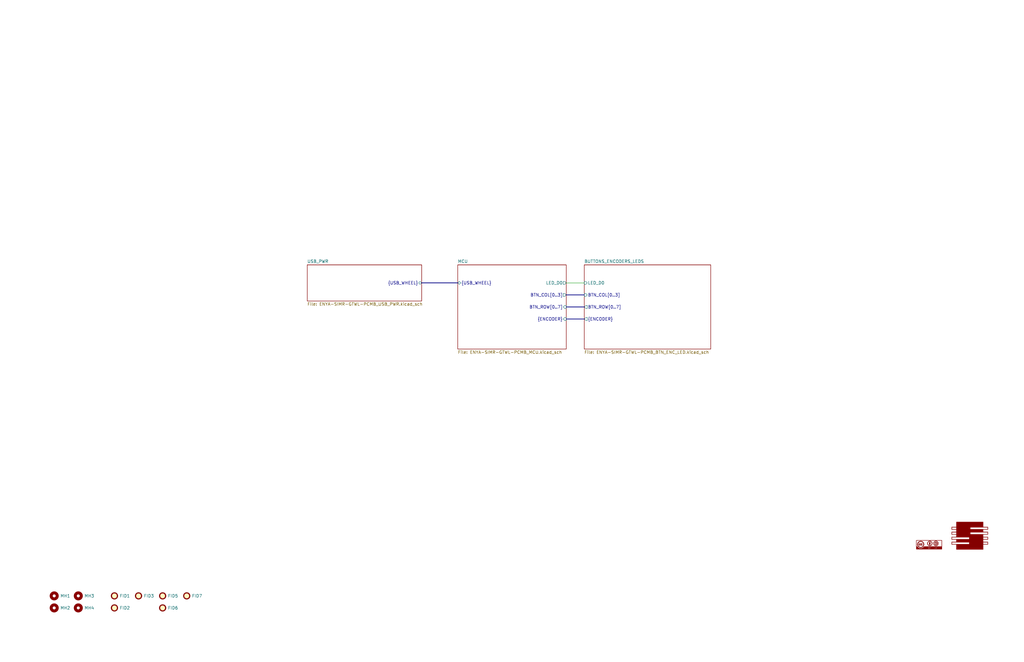
<source format=kicad_sch>
(kicad_sch (version 20230121) (generator eeschema)
  (paper "USLedger")
  (title_block (title "DIY GT Wheel Main Board") (date "2023-06-23") (rev "1.0a") (company "Electronya") (comment 1 "ENYA-SIMR-GTWL-PCMB"))
  (lib_symbols
    (symbol "ENYA_Bitmap:CC-BY-SA_Logo" (pin_names (offset 1.016)) (in_bom no)
      (symbol "CC-BY-SA_Logo_0_0"
        (polyline (pts (xy 0.0762 -1.2446) (xy 0.0762 -1.2192) (xy 0.0254 -1.1684) (xy -0.1524 -1.1684) (xy -0.1524 -1.2954) (xy 0.0254 -1.2954) (xy 0.0762 -1.2446)) (stroke (width 0.0254)) (fill (type outline)))
        (polyline (pts (xy 0.0762 -1.524) (xy 0.0762 -1.4986) (xy 0.1016 -1.4732) (xy 0.0508 -1.4224) (xy 0.0508 -1.397) (xy -0.1524 -1.397) (xy -0.1524 -1.5494) (xy 0.0508 -1.5494) (xy 0.0762 -1.524)) (stroke (width 0.0254)) (fill (type outline)))
        (polyline (pts (xy 3.0734 -1.4224) (xy 3.0988 -1.4224) (xy 3.0988 -1.3716) (xy 3.0734 -1.3462) (xy 3.0734 -1.3208) (xy 3.048 -1.2192) (xy 2.9972 -1.3208) (xy 2.9972 -1.3716) (xy 2.9718 -1.397) (xy 2.9718 -1.4224) (xy 2.9972 -1.4224) (xy 3.048 -1.4478) (xy 3.0734 -1.4224)) (stroke (width 0.0254)) (fill (type outline)))
        (polyline (pts (xy 0.4064 0.9906) (xy 0.4318 1.0414) (xy 0.4572 1.0668) (xy 0.4572 1.1176) (xy 0.4318 1.143) (xy 0.4064 1.1938) (xy 0.381 1.2192) (xy 0.3302 1.2446) (xy 0.254 1.2446) (xy 0.2032 1.1938) (xy 0.1778 1.143) (xy 0.1524 1.1176) (xy 0.1524 1.0668) (xy 0.1778 1.016) (xy 0.254 0.9398) (xy 0.3556 0.9398) (xy 0.4064 0.9906)) (stroke (width 0.0254)) (fill (type outline)))
        (polyline (pts (xy 0.4318 0.381) (xy 0.5334 0.381) (xy 0.5334 0.4064) (xy 0.5588 0.4064) (xy 0.5588 0.5842) (xy 0.5842 0.6604) (xy 0.5842 0.8636) (xy 0.5588 0.8636) (xy 0.5334 0.889) (xy 0.0254 0.889) (xy 0.0254 0.8636) (xy 0 0.8636) (xy 0 0.4064) (xy 0.0508 0.381) (xy 0.127 0.381) (xy 0.127 -0.127) (xy 0.4318 -0.127) (xy 0.4318 0.381)) (stroke (width 0.0254)) (fill (type outline)))
        (polyline (pts (xy -3.7084 -0.2794) (xy -3.556 -0.127) (xy -3.556 -0.1016) (xy -3.5814 -0.0762) (xy -3.6068 -0.0762) (xy -3.6322 -0.0508) (xy -3.683 -0.0254) (xy -3.7084 -0.0254) (xy -3.7338 0) (xy -3.7338 -0.0254) (xy -3.7592 -0.0508) (xy -3.7846 -0.1016) (xy -3.81 -0.1016) (xy -3.8608 -0.127) (xy -3.9624 -0.127) (xy -4.0132 -0.0762) (xy -4.0386 -0.0254) (xy -4.064 0) (xy -4.064 0.3048) (xy -4.0386 0.3048) (xy -4.0132 0.3302) (xy -4.0132 0.3556) (xy -3.9878 0.3556) (xy -3.9624 0.381) (xy -3.81 0.381) (xy -3.81 0.3556) (xy -3.7846 0.3556) (xy -3.7592 0.3302) (xy -3.7592 0.3048) (xy -3.7338 0.2794) (xy -3.6576 0.3048) (xy -3.6322 0.3302) (xy -3.6068 0.3302) (xy -3.5814 0.3556) (xy -3.556 0.3556) (xy -3.5814 0.381) (xy -3.5814 0.4064) (xy -3.6576 0.4826) (xy -3.7338 0.5334) (xy -3.81 0.5588) (xy -3.9624 0.5588) (xy -4.1148 0.508) (xy -4.1402 0.508) (xy -4.2672 0.381) (xy -4.2926 0.3302) (xy -4.3434 0.1778) (xy -4.3434 0.0762) (xy -4.2672 -0.1524) (xy -4.1656 -0.254) (xy -4.0894 -0.3048) (xy -4.0132 -0.3048) (xy -3.937 -0.3302) (xy -3.8608 -0.3302) (xy -3.7084 -0.2794)) (stroke (width 0.0254)) (fill (type outline)))
        (polyline (pts (xy -2.8956 -0.2794) (xy -2.7432 -0.127) (xy -2.7432 -0.1016) (xy -2.7686 -0.0762) (xy -2.794 -0.0762) (xy -2.8194 -0.0508) (xy -2.8702 -0.0254) (xy -2.8956 -0.0254) (xy -2.921 0) (xy -2.921 -0.0254) (xy -2.9464 -0.0508) (xy -2.9718 -0.1016) (xy -2.9972 -0.1016) (xy -3.048 -0.127) (xy -3.1496 -0.127) (xy -3.2004 -0.0762) (xy -3.2258 -0.0254) (xy -3.2512 0) (xy -3.2512 0.3048) (xy -3.2258 0.3048) (xy -3.2004 0.3302) (xy -3.2004 0.3556) (xy -3.175 0.3556) (xy -3.1496 0.381) (xy -2.9972 0.381) (xy -2.9972 0.3556) (xy -2.9718 0.3556) (xy -2.9464 0.3302) (xy -2.9464 0.3048) (xy -2.921 0.2794) (xy -2.8448 0.3302) (xy -2.7432 0.3556) (xy -2.8194 0.4318) (xy -2.8448 0.4826) (xy -2.8956 0.508) (xy -2.921 0.508) (xy -2.9718 0.5334) (xy -3.0734 0.5588) (xy -3.2258 0.5588) (xy -3.302 0.508) (xy -3.3528 0.508) (xy -3.4036 0.4572) (xy -3.4544 0.381) (xy -3.4798 0.3302) (xy -3.5052 0.254) (xy -3.5306 0.1524) (xy -3.5306 0.0762) (xy -3.4544 -0.1524) (xy -3.3528 -0.254) (xy -3.2766 -0.3048) (xy -3.2004 -0.3048) (xy -3.1242 -0.3302) (xy -3.048 -0.3302) (xy -2.8956 -0.2794)) (stroke (width 0.0254)) (fill (type outline)))
        (polyline (pts (xy 3.1242 0.0508) (xy 3.175 0.1016) (xy 3.2512 0.1524) (xy 3.3528 0.3048) (xy 3.3782 0.4064) (xy 3.3782 0.6858) (xy 3.3528 0.762) (xy 3.3274 0.8128) (xy 3.302 0.889) (xy 3.175 1.016) (xy 3.0988 1.0668) (xy 2.9972 1.0922) (xy 2.9464 1.1176) (xy 2.7686 1.1176) (xy 2.7178 1.0922) (xy 2.667 1.0922) (xy 2.5908 1.0414) (xy 2.4892 0.9398) (xy 2.4384 0.8636) (xy 2.413 0.762) (xy 2.3876 0.7112) (xy 2.3114 0.7112) (xy 2.5146 0.508) (xy 2.7178 0.7112) (xy 2.6416 0.7112) (xy 2.6416 0.7366) (xy 2.667 0.762) (xy 2.6924 0.8128) (xy 2.7432 0.8636) (xy 2.7686 0.8636) (xy 2.7686 0.889) (xy 2.9718 0.889) (xy 2.9718 0.8636) (xy 2.9972 0.8636) (xy 3.048 0.8128) (xy 3.0988 0.7112) (xy 3.0988 0.6858) (xy 3.1242 0.6604) (xy 3.1242 0.4572) (xy 3.0988 0.4064) (xy 3.0988 0.381) (xy 3.048 0.2794) (xy 2.9972 0.2286) (xy 2.9464 0.2032) (xy 2.794 0.2032) (xy 2.6924 0.254) (xy 2.667 0.2794) (xy 2.6416 0.3556) (xy 2.6416 0.381) (xy 2.3876 0.381) (xy 2.3876 0.3302) (xy 2.413 0.2794) (xy 2.5146 0.127) (xy 2.5654 0.0762) (xy 2.6416 0.0254) (xy 2.7178 0) (xy 3.0226 0) (xy 3.1242 0.0508)) (stroke (width 0.0254)) (fill (type outline)))
        (polyline (pts (xy 0.5588 -0.4572) (xy 0.6858 -0.4318) (xy 0.8128 -0.3556) (xy 0.9144 -0.3048) (xy 1.016 -0.2286) (xy 1.1684 -0.0254) (xy 1.2954 0.2286) (xy 1.3208 0.3556) (xy 1.3462 0.508) (xy 1.3462 0.635) (xy 1.2954 0.889) (xy 1.2446 0.9906) (xy 1.1938 1.1176) (xy 1.1176 1.2192) (xy 1.0922 1.2446) (xy 0.9906 1.3208) (xy 0.889 1.4224) (xy 0.7874 1.4732) (xy 0.6858 1.5494) (xy 0.5842 1.5748) (xy 0.508 1.6002) (xy 0.127 1.6002) (xy 0.0254 1.5748) (xy -0.1016 1.5494) (xy -0.2032 1.4986) (xy -0.2286 1.4732) (xy -0.3048 1.4224) (xy -0.381 1.3462) (xy -0.4572 1.2954) (xy -0.5334 1.2192) (xy -0.5842 1.143) (xy -0.635 1.016) (xy -0.6858 0.9144) (xy -0.7366 0.7874) (xy -0.762 0.6604) (xy -0.762 0.5334) (xy -0.7366 0.4064) (xy -0.7366 0.3556) (xy -0.5588 0.3556) (xy -0.5588 0.7366) (xy -0.5334 0.7874) (xy -0.508 0.889) (xy -0.4318 1.016) (xy -0.381 1.0922) (xy -0.254 1.2192) (xy -0.1778 1.27) (xy -0.0762 1.3462) (xy 0.0508 1.397) (xy 0.1524 1.4224) (xy 0.381 1.4224) (xy 0.5842 1.3716) (xy 0.6604 1.3462) (xy 0.762 1.2954) (xy 0.8382 1.2446) (xy 0.9144 1.1684) (xy 1.0668 0.9398) (xy 1.1176 0.8382) (xy 1.143 0.762) (xy 1.143 0.4064) (xy 1.1176 0.2794) (xy 1.016 0.0762) (xy 0.9398 -0.0254) (xy 0.8636 -0.1016) (xy 0.8128 -0.127) (xy 0.7366 -0.1778) (xy 0.5334 -0.2794) (xy 0.4318 -0.3048) (xy 0.1524 -0.3048) (xy 0.0762 -0.2794) (xy -0.0254 -0.254) (xy -0.127 -0.2032) (xy -0.2286 -0.127) (xy -0.4064 0.0508) (xy -0.5588 0.3556) (xy -0.7366 0.3556) (xy -0.7366 0.3048) (xy -0.635 0.0508) (xy -0.5842 -0.0508) (xy -0.4064 -0.2286) (xy -0.3556 -0.254) (xy -0.3302 -0.3048) (xy -0.127 -0.4064) (xy 0 -0.4572) (xy 0.1016 -0.4826) (xy 0.5334 -0.4826) (xy 0.5588 -0.4572)) (stroke (width 0.0254)) (fill (type outline)))
        (polyline (pts (xy 3.1496 -0.4572) (xy 3.2512 -0.4318) (xy 3.3782 -0.3556) (xy 3.4798 -0.3048) (xy 3.5814 -0.2286) (xy 3.81 0.0762) (xy 3.8608 0.1778) (xy 3.8608 0.2286) (xy 3.8862 0.3556) (xy 3.9116 0.508) (xy 3.9116 0.635) (xy 3.8608 0.889) (xy 3.81 0.9906) (xy 3.7592 1.1176) (xy 3.683 1.2192) (xy 3.4798 1.4224) (xy 3.3782 1.4732) (xy 3.2512 1.5494) (xy 3.1496 1.5748) (xy 3.0734 1.6002) (xy 2.7178 1.6002) (xy 2.4638 1.5494) (xy 2.3622 1.4986) (xy 2.3368 1.4732) (xy 2.2606 1.4224) (xy 2.1844 1.3462) (xy 2.1082 1.2954) (xy 2.032 1.2192) (xy 1.9812 1.143) (xy 1.9304 1.016) (xy 1.8796 0.9144) (xy 1.8288 0.6604) (xy 1.8288 0.4064) (xy 2.0066 0.4064) (xy 2.0066 0.6604) (xy 2.032 0.762) (xy 2.0574 0.889) (xy 2.1082 0.9906) (xy 2.159 1.0668) (xy 2.3368 1.2446) (xy 2.4384 1.3208) (xy 2.54 1.3716) (xy 2.667 1.397) (xy 2.6924 1.397) (xy 2.7686 1.4224) (xy 2.9972 1.4224) (xy 3.048 1.397) (xy 3.0734 1.397) (xy 3.175 1.3716) (xy 3.2766 1.3208) (xy 3.4798 1.1684) (xy 3.5052 1.1176) (xy 3.5814 1.0414) (xy 3.6322 0.9398) (xy 3.6576 0.8382) (xy 3.7084 0.7366) (xy 3.7084 0.4064) (xy 3.6322 0.1778) (xy 3.6068 0.1524) (xy 3.4544 -0.0762) (xy 3.3782 -0.127) (xy 3.2766 -0.2032) (xy 3.175 -0.254) (xy 3.0734 -0.2794) (xy 3.0226 -0.3048) (xy 2.6924 -0.3048) (xy 2.6416 -0.2794) (xy 2.54 -0.254) (xy 2.4384 -0.2032) (xy 2.3368 -0.127) (xy 2.2606 -0.0508) (xy 2.1844 0) (xy 2.032 0.3048) (xy 2.0066 0.4064) (xy 1.8288 0.4064) (xy 1.8542 0.3048) (xy 1.8796 0.1778) (xy 1.9304 0.0508) (xy 2.0066 -0.0508) (xy 2.032 -0.0762) (xy 2.0574 -0.127) (xy 2.159 -0.2286) (xy 2.2098 -0.254) (xy 2.2606 -0.3048) (xy 2.3368 -0.3556) (xy 2.4638 -0.4064) (xy 2.5654 -0.4572) (xy 2.667 -0.4826) (xy 3.0988 -0.4826) (xy 3.1496 -0.4572)) (stroke (width 0.0254)) (fill (type outline)))
        (polyline (pts (xy -3.175 -1.2446) (xy -3.0226 -1.1938) (xy -2.8956 -1.143) (xy -2.7686 -1.0668) (xy -2.6416 -0.9652) (xy -2.54 -0.8636) (xy -2.4638 -0.762) (xy -2.3622 -0.635) (xy -2.286 -0.508) (xy -2.2352 -0.381) (xy -2.1844 -0.2286) (xy -2.159 -0.1016) (xy -2.1336 -0.0508) (xy -2.1336 0.3048) (xy -2.159 0.3556) (xy -2.159 0.4064) (xy -2.1844 0.5588) (xy -2.2352 0.6858) (xy -2.4638 1.0668) (xy -2.667 1.27) (xy -2.8956 1.4224) (xy -2.9464 1.4224) (xy -3.2004 1.524) (xy -3.3274 1.5494) (xy -3.683 1.5494) (xy -3.9878 1.4986) (xy -4.1148 1.4478) (xy -4.2418 1.3716) (xy -4.3434 1.3208) (xy -4.4704 1.2192) (xy -4.6736 1.016) (xy -4.7498 0.9144) (xy -4.8006 0.7874) (xy -4.826 0.762) (xy -4.8768 0.6604) (xy -4.9022 0.5588) (xy -4.953 0.3048) (xy -4.953 0.0254) (xy -4.699 0.0254) (xy -4.699 0.254) (xy -4.6736 0.381) (xy -4.6482 0.4826) (xy -4.5974 0.6096) (xy -4.5466 0.7112) (xy -4.4704 0.8128) (xy -4.445 0.8636) (xy -4.2926 1.016) (xy -4.2418 1.0414) (xy -4.1656 1.1176) (xy -4.064 1.1684) (xy -3.937 1.2446) (xy -3.81 1.27) (xy -3.6576 1.2954) (xy -3.3528 1.2954) (xy -3.2258 1.27) (xy -2.9718 1.1684) (xy -2.8702 1.0922) (xy -2.7432 0.9906) (xy -2.667 0.889) (xy -2.5654 0.7874) (xy -2.5146 0.6604) (xy -2.4638 0.5588) (xy -2.413 0.4064) (xy -2.3876 0.2794) (xy -2.3876 -0.0762) (xy -2.4384 -0.2032) (xy -2.4638 -0.3302) (xy -2.54 -0.4572) (xy -2.6924 -0.6604) (xy -2.7432 -0.7112) (xy -2.9464 -0.8636) (xy -3.0734 -0.9144) (xy -3.175 -0.9652) (xy -3.302 -1.016) (xy -3.683 -1.016) (xy -3.937 -0.9652) (xy -4.0386 -0.9144) (xy -4.1656 -0.8382) (xy -4.2672 -0.762) (xy -4.4704 -0.5588) (xy -4.5466 -0.4572) (xy -4.5974 -0.3302) (xy -4.6482 -0.2286) (xy -4.699 0.0254) (xy -4.953 0.0254) (xy -4.953 -0.1524) (xy -4.9022 -0.3048) (xy -4.8514 -0.4318) (xy -4.7752 -0.5842) (xy -4.699 -0.7112) (xy -4.445 -0.9652) (xy -4.064 -1.1938) (xy -3.9116 -1.2446) (xy -3.7846 -1.27) (xy -3.302 -1.27) (xy -3.175 -1.2446)) (stroke (width 0.0254)) (fill (type outline)))
        (polyline (pts (xy 5.4102 1.8034) (xy 5.334 1.8796) (xy 5.2832 1.905) (xy -5.2832 1.905) (xy -5.3086 1.8796) (xy -5.3594 1.8542) (xy -5.3848 1.8034) (xy -5.4102 1.778) (xy -5.4102 -0.762) (xy -5.334 -0.762) (xy -5.334 1.7272) (xy -5.3086 1.7526) (xy -5.3086 1.8034) (xy -5.2832 1.8288) (xy 5.2578 1.8288) (xy 5.2578 1.8034) (xy 5.2832 1.8034) (xy 5.2832 1.778) (xy 5.3086 1.778) (xy 5.3086 -0.762) (xy -2.1336 -0.762) (xy -2.2352 -0.9144) (xy -2.3368 -1.0414) (xy -2.4638 -1.1684) (xy -2.5908 -1.27) (xy -2.8448 -1.4224) (xy -2.9972 -1.4986) (xy -3.175 -1.5494) (xy -3.2004 -1.5494) (xy -3.2512 -1.5748) (xy -3.81 -1.5748) (xy -3.8608 -1.5494) (xy -3.8862 -1.5494) (xy -4.191 -1.4478) (xy -4.3434 -1.3716) (xy -4.4704 -1.2954) (xy -4.5974 -1.1938) (xy -4.699 -1.0922) (xy -4.9022 -0.8382) (xy -4.953 -0.762) (xy -5.334 -0.762) (xy -5.4102 -0.762) (xy -5.4102 -1.6764) (xy -0.3048 -1.6764) (xy -0.3048 -1.0668) (xy 0.0762 -1.0668) (xy 0.254 -1.0668) (xy 0.381 -1.0668) (xy 0.4572 -1.1684) (xy 0.4572 -1.1938) (xy 0.508 -1.2446) (xy 0.508 -1.27) (xy 0.5334 -1.27) (xy 0.5588 -1.2446) (xy 0.5842 -1.1938) (xy 0.6096 -1.1684) (xy 0.6604 -1.0668) (xy 0.8128 -1.0668) (xy 0.7874 -1.0922) (xy 0.7874 -1.1176) (xy 0.762 -1.143) (xy 0.7366 -1.1938) (xy 0.7112 -1.2192) (xy 0.6858 -1.27) (xy 0.5842 -1.4224) (xy 0.5842 -1.4986) (xy 2.2098 -1.4986) (xy 2.3622 -1.4986) (xy 2.3622 -1.524) (xy 2.3876 -1.524) (xy 2.3876 -1.5494) (xy 2.413 -1.5748) (xy 2.4384 -1.5748) (xy 2.4638 -1.6002) (xy 2.54 -1.6002) (xy 2.5908 -1.5494) (xy 2.5908 -1.4732) (xy 2.5654 -1.4732) (xy 2.5146 -1.4478) (xy 2.4638 -1.4478) (xy 2.413 -1.4224) (xy 2.3622 -1.4224) (xy 2.3114 -1.397) (xy 2.286 -1.3462) (xy 2.2606 -1.3208) (xy 2.2606 -1.1684) (xy 2.3622 -1.0668) (xy 2.4384 -1.0668) (xy 2.5146 -1.0414) (xy 2.6162 -1.0922) (xy 2.6416 -1.1176) (xy 2.667 -1.1176) (xy 2.667 -1.143) (xy 2.7178 -1.1938) (xy 2.7178 -1.2446) (xy 2.5908 -1.2446) (xy 2.5908 -1.2192) (xy 2.5654 -1.1938) (xy 2.5654 -1.1684) (xy 2.413 -1.1684) (xy 2.3876 -1.1938) (xy 2.3876 -1.27) (xy 2.4384 -1.2954) (xy 2.4638 -1.3208) (xy 2.54 -1.3208) (xy 2.6162 -1.3462) (xy 2.6416 -1.3716) (xy 2.6924 -1.397) (xy 2.7178 -1.4224) (xy 2.7178 -1.6002) (xy 2.667 -1.651) (xy 2.7432 -1.651) (xy 2.7686 -1.6256) (xy 2.7686 -1.6002) (xy 2.8194 -1.4986) (xy 2.8194 -1.4224) (xy 2.8448 -1.3462) (xy 2.9718 -1.0668) (xy 3.1242 -1.0668) (xy 3.2512 -1.4478) (xy 3.302 -1.5494) (xy 3.302 -1.6002) (xy 3.3274 -1.6256) (xy 3.3274 -1.651) (xy 3.302 -1.651) (xy 3.2766 -1.6764) (xy 3.2004 -1.6764) (xy 3.175 -1.6256) (xy 3.175 -1.5748) (xy 3.1496 -1.5494) (xy 3.1496 -1.524) (xy 2.921 -1.524) (xy 2.8702 -1.6764) (xy 2.8194 -1.6764) (xy 2.794 -1.651) (xy 2.7432 -1.651) (xy 2.667 -1.651) (xy 2.6416 -1.651) (xy 2.6162 -1.6764) (xy 2.3368 -1.6764) (xy 2.2352 -1.5748) (xy 2.2352 -1.5494) (xy 2.2098 -1.4986) (xy 0.5842 -1.4986) (xy 0.5842 -1.6764) (xy 0.4572 -1.6764) (xy 0.4572 -1.4224) (xy 0.4318 -1.397) (xy 0.4318 -1.3716) (xy 0.381 -1.3208) (xy 0.3556 -1.27) (xy 0.3302 -1.1938) (xy 0.2794 -1.1176) (xy 0.254 -1.0668) (xy 0.0762 -1.0668) (xy 0.1016 -1.0922) (xy 0.127 -1.0922) (xy 0.1778 -1.143) (xy 0.1778 -1.2446) (xy 0.1524 -1.27) (xy 0.1524 -1.3208) (xy 0.127 -1.3208) (xy 0.1016 -1.3462) (xy 0.127 -1.3716) (xy 0.1524 -1.3716) (xy 0.1778 -1.397) (xy 0.1778 -1.4224) (xy 0.2032 -1.4732) (xy 0.2032 -1.5748) (xy 0.127 -1.651) (xy 0.0762 -1.651) (xy 0.0762 -1.6764) (xy -0.3048 -1.6764) (xy -5.4102 -1.6764) (xy -5.4102 -1.8796) (xy -5.3594 -1.8796) (xy -5.334 -1.905) (xy 5.4102 -1.905) (xy 5.4102 1.8034)) (stroke (width 0.0254)) (fill (type outline)))
      )
    )
    (symbol "ENYA_Bitmap:Electronya_Logo" (pin_names (offset 1.016))
      (symbol "Electronya_Logo_0_0"
        (polyline (pts (xy 5.6388 -3.7084) (xy 7.6708 -3.7084) (xy 7.6708 -2.6416) (xy 5.6388 -2.6416) (xy 5.6388 -1.6256) (xy 7.6708 -1.6256) (xy 7.6708 -0.5588) (xy 5.6388 -0.5588) (xy 5.6388 0.508) (xy 7.6708 0.508) (xy 7.6708 1.5748) (xy 5.6388 1.5748) (xy 5.6388 2.5908) (xy 7.6708 2.5908) (xy 7.6708 3.6576) (xy 5.6388 3.6576) (xy 5.6388 5.7912) (xy -5.6388 5.7912) (xy -5.6388 3.6576) (xy -7.6708 3.6576) (xy -7.6708 2.7432) (xy -7.5184 2.7432) (xy -7.5184 3.5052) (xy -5.6388 3.5052) (xy -5.6388 2.7432) (xy 0.254 2.7432) (xy 0.254 3.5052) (xy 7.5184 3.5052) (xy 7.5184 2.7432) (xy 0.254 2.7432) (xy -5.6388 2.7432) (xy -7.5184 2.7432) (xy -7.6708 2.7432) (xy -7.6708 2.5908) (xy -5.6388 2.5908) (xy -5.6388 1.5748) (xy -7.6708 1.5748) (xy -7.6708 0.6096) (xy -7.5184 0.6096) (xy -7.5184 1.4224) (xy -5.6388 1.4224) (xy -5.6388 0.6096) (xy 0.254 0.6096) (xy 0.254 1.4224) (xy 7.5184 1.4224) (xy 7.5184 0.6096) (xy 0.254 0.6096) (xy -5.6388 0.6096) (xy -7.5184 0.6096) (xy -7.6708 0.6096) (xy -7.6708 0.508) (xy -5.6388 0.508) (xy -5.6388 -0.5588) (xy -7.6708 -0.5588) (xy -7.6708 -1.4732) (xy -7.5184 -1.4732) (xy -7.5184 -0.6604) (xy -0.254 -0.6604) (xy -0.254 -1.4732) (xy 5.6388 -1.4732) (xy 5.6388 -0.6604) (xy 7.5184 -0.6604) (xy 7.5184 -1.4732) (xy 5.6388 -1.4732) (xy -0.254 -1.4732) (xy -7.5184 -1.4732) (xy -7.6708 -1.4732) (xy -7.6708 -1.6256) (xy -5.6388 -1.6256) (xy -5.6388 -2.6416) (xy -7.6708 -2.6416) (xy -7.6708 -3.556) (xy -7.5184 -3.556) (xy -7.5184 -2.794) (xy -0.254 -2.794) (xy -0.254 -3.556) (xy 5.6388 -3.556) (xy 5.6388 -2.794) (xy 7.5184 -2.794) (xy 7.5184 -3.556) (xy 5.6388 -3.556) (xy -0.254 -3.556) (xy -7.5184 -3.556) (xy -7.6708 -3.556) (xy -7.6708 -3.7084) (xy -5.6388 -3.7084) (xy -5.6388 -5.842) (xy 5.6388 -5.842) (xy 5.6388 -3.7084)) (stroke (width 0.0254)) (fill (type outline)))
      )
    )
    (symbol "ENYA_Mechanical:Fiducial" (in_bom no)
      (property "Reference" "FID" (at 0 5.08 0))
      (symbol "Fiducial_0_1"
        (circle (center 0 0) (radius 1.27) (stroke (width 0.508)) (fill (type background)))
      )
    )
    (symbol "ENYA_Mechanical:MH-NPLTD-M3" (pin_names (offset 1.016)) (in_bom no)
      (property "Reference" "MH" (at 0 3.175 0))
      (symbol "MH-NPLTD-M3_1_1"
        (circle (center 0 0) (radius 1.27) (stroke (width 1.27)))
      )
    )
  )
  (bus (pts (xy 177.8 119.38) (xy 193.04 119.38)))
  (bus (pts (xy 238.76 129.54) (xy 246.38 129.54)))
  (bus (pts (xy 238.76 134.62) (xy 246.38 134.62)))
  (wire (pts (xy 238.76 119.38) (xy 246.38 119.38)))
  (bus (pts (xy 238.76 124.46) (xy 246.38 124.46)))
  (symbol (lib_id "ENYA_Mechanical:Fiducial") (at 68.58 251.46 0) (unit 1) (in_bom no)
    (property "Reference" "FID5" (at 70.739 251.46 0) (effects (justify left)))
    (property "Value" "Fiducial" (effects hide))
    (property "Footprint" "ENYA_Mechanical:Fiducial_1.5mm_Mask3mm" (effects hide))
  )
  (symbol (lib_id "ENYA_Bitmap:CC-BY-SA_Logo") (at 391.795 229.87 0) (unit 1) (in_bom no)
    (property "Reference" "G2" (effects hide))
    (property "Value" "CC-BY-SA_Logo" (effects hide))
    (property "Footprint" "ENYA_Bitmap:CC-BY-SA_10MM" (effects hide))
  )
  (symbol (lib_id "ENYA_Mechanical:MH-NPLTD-M3") (at 22.86 256.54 0) (unit 1) (in_bom no)
    (property "Reference" "MH2" (at 25.4 256.54 0) (effects (justify left)))
    (property "Value" "MH-NPLTD-M3" (effects hide))
    (property "Footprint" "MountingHole:MountingHole_3.2mm_M3_DIN965" (effects hide))
  )
  (symbol (lib_id "ENYA_Mechanical:MH-NPLTD-M3") (at 22.86 251.46 0) (unit 1) (in_bom no)
    (property "Reference" "MH1" (at 25.4 251.46 0) (effects (justify left)))
    (property "Value" "MH-NPLTD-M3" (effects hide))
    (property "Footprint" "MountingHole:MountingHole_3.2mm_M3_DIN965" (effects hide))
  )
  (symbol (lib_id "ENYA_Mechanical:Fiducial") (at 78.74 251.46 0) (unit 1) (in_bom no)
    (property "Reference" "FID7" (at 80.899 251.46 0) (effects (justify left)))
    (property "Value" "Fiducial" (effects hide))
    (property "Footprint" "ENYA_Mechanical:Fiducial_1.5mm_Mask3mm" (effects hide))
  )
  (symbol (lib_id "ENYA_Bitmap:Electronya_Logo") (at 408.94 226.06 0) (unit 1) (in_bom no)
    (property "Reference" "G1" (effects hide))
    (property "Value" "Electronya_Logo" (effects hide))
    (property "Footprint" "ENYA_Bitmap:Electronya_Logo_12MM" (effects hide))
  )
  (symbol (lib_id "ENYA_Mechanical:Fiducial") (at 68.58 256.54 0) (unit 1) (in_bom no)
    (property "Reference" "FID6" (at 70.739 256.54 0) (effects (justify left)))
    (property "Value" "Fiducial" (effects hide))
    (property "Footprint" "ENYA_Mechanical:Fiducial_1.5mm_Mask3mm" (effects hide))
  )
  (symbol (lib_id "ENYA_Mechanical:MH-NPLTD-M3") (at 33.02 251.46 0) (unit 1) (in_bom no)
    (property "Reference" "MH3" (at 35.56 251.46 0) (effects (justify left)))
    (property "Value" "MH-NPLTD-M3" (effects hide))
    (property "Footprint" "MountingHole:MountingHole_3.2mm_M3_DIN965" (effects hide))
  )
  (symbol (lib_id "ENYA_Mechanical:MH-NPLTD-M3") (at 33.02 256.54 0) (unit 1) (in_bom no)
    (property "Reference" "MH4" (at 35.56 256.54 0) (effects (justify left)))
    (property "Value" "MH-NPLTD-M3" (effects hide))
    (property "Footprint" "MountingHole:MountingHole_3.2mm_M3_DIN965" (effects hide))
  )
  (symbol (lib_id "ENYA_Mechanical:Fiducial") (at 58.42 251.46 0) (unit 1) (in_bom no)
    (property "Reference" "FID3" (at 60.579 251.46 0) (effects (justify left)))
    (property "Value" "Fiducial" (effects hide))
    (property "Footprint" "ENYA_Mechanical:Fiducial_1.5mm_Mask3mm" (effects hide))
  )
  (symbol (lib_id "ENYA_Mechanical:Fiducial") (at 48.26 251.46 0) (unit 1) (in_bom no)
    (property "Reference" "FID1" (at 50.419 251.46 0) (effects (justify left)))
    (property "Value" "Fiducial" (effects hide))
    (property "Footprint" "ENYA_Mechanical:Fiducial_1.5mm_Mask3mm" (effects hide))
  )
  (symbol (lib_id "ENYA_Mechanical:Fiducial") (at 48.26 256.54 0) (unit 1) (in_bom no)
    (property "Reference" "FID2" (at 50.419 256.54 0) (effects (justify left)))
    (property "Value" "Fiducial" (effects hide))
    (property "Footprint" "ENYA_Mechanical:Fiducial_1.5mm_Mask3mm" (effects hide))
  )
  (sheet (at 193.04 111.76) (size 45.72 35.56) (stroke (width 0.1524))
    (property "Sheetname" "MCU" (at 193.04 111.0484 0) (effects (justify left bottom)))
    (property "Sheetfile" "ENYA-SIMR-GTWL-PCMB_MCU.kicad_sch" (at 193.04 147.9046 0) (effects (justify left top)))
    (pin "{USB_WHEEL}" bidirectional (at 193.04 119.38 180))
    (pin "LED_D0" output (at 238.76 119.38 0))
    (pin "BTN_COL[0..3]" output (at 238.76 124.46 0))
    (pin "BTN_ROW[0..7]" input (at 238.76 129.54 0))
    (pin "{ENCODER}" input (at 238.76 134.62 0))
  )
  (sheet (at 129.54 111.76) (size 48.26 15.24) (stroke (width 0.1524))
    (property "Sheetname" "USB_PWR" (at 129.54 111.0484 0) (effects (justify left bottom)))
    (property "Sheetfile" "ENYA-SIMR-GTWL-PCMB_USB_PWR.kicad_sch" (at 129.54 127.5846 0) (effects (justify left top)))
    (pin "{USB_WHEEL}" bidirectional (at 177.8 119.38 0))
  )
  (sheet (at 246.38 111.76) (size 53.34 35.56) (stroke (width 0.1524))
    (property "Sheetname" "BUTTONS_ENCODERS_LEDS" (at 246.38 111.0484 0) (effects (justify left bottom)))
    (property "Sheetfile" "ENYA-SIMR-GTWL-PCMB_BTN_ENC_LED.kicad_sch" (at 246.38 147.9046 0) (effects (justify left top)))
    (pin "BTN_ROW[0..7]" output (at 246.38 129.54 180))
    (pin "BTN_COL[0..3]" input (at 246.38 124.46 180))
    (pin "LED_D0" input (at 246.38 119.38 180))
    (pin "{ENCODER}" output (at 246.38 134.62 180))
  )
)
</source>
